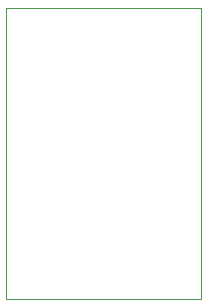
<source format=gbr>
%TF.GenerationSoftware,KiCad,Pcbnew,7.0.5*%
%TF.CreationDate,2024-06-04T21:33:17-04:00*%
%TF.ProjectId,Prueba kicad,50727565-6261-4206-9b69-6361642e6b69,rev?*%
%TF.SameCoordinates,Original*%
%TF.FileFunction,Profile,NP*%
%FSLAX46Y46*%
G04 Gerber Fmt 4.6, Leading zero omitted, Abs format (unit mm)*
G04 Created by KiCad (PCBNEW 7.0.5) date 2024-06-04 21:33:17*
%MOMM*%
%LPD*%
G01*
G04 APERTURE LIST*
%TA.AperFunction,Profile*%
%ADD10C,0.100000*%
%TD*%
G04 APERTURE END LIST*
D10*
X113284000Y-112522000D02*
X129794000Y-112522000D01*
X113284000Y-87884000D02*
X113284000Y-112522000D01*
X129794000Y-112522000D02*
X129794000Y-87884000D01*
X129794000Y-87884000D02*
X113284000Y-87884000D01*
M02*

</source>
